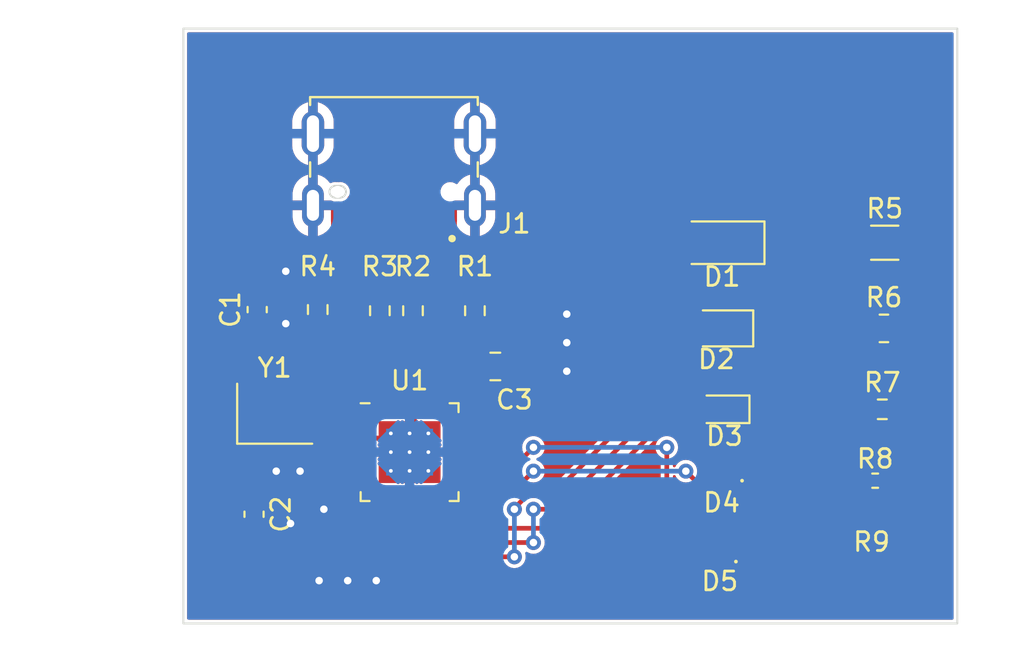
<source format=kicad_pcb>
(kicad_pcb (version 20210228) (generator pcbnew)
  (layers (0 "F.Cu" signal) (31 "B.Cu" signal) (34 "B.Paste" user) (35 "F.Paste" user) (36 "B.SilkS" user "B.Silkscreen") (37 "F.SilkS" user "F.Silkscreen") (38 "B.Mask" user) (39 "F.Mask" user) (44 "Edge.Cuts" user))
  (net 0 "")
  (net 1 "GND")
  (net 2 "Net-(C1-Pad1)")
  (net 3 "Net-(C2-Pad1)")
  (net 4 "Net-(C3-Pad1)")
  (net 5 "Net-(D1-Pad2)")
  (net 6 "Net-(D1-Pad1)")
  (net 7 "Net-(D2-Pad2)")
  (net 8 "Net-(D2-Pad1)")
  (net 9 "Net-(D3-Pad2)")
  (net 10 "Net-(D3-Pad1)")
  (net 11 "Net-(D4-Pad2)")
  (net 12 "Net-(D4-Pad1)")
  (net 13 "Net-(D5-Pad2)")
  (net 14 "Net-(D5-Pad1)")
  (net 15 "Net-(J1-Pad3)")
  (net 16 "Net-(R2-Pad2)")
  (net 17 "Net-(J1-Pad6)")
  (net 18 "Net-(R3-Pad2)")
  (net 19 "Net-(J1-Pad5)")
  (net 20 "Net-(J1-Pad9)")
  (net 21 "+5V")
  (footprint "LED_SMD:LED_0201_0603Metric" (layer "F.Cu") (at 148.6225 66.294 180)
    (fp_text reference "D5" (at 0 -1.05 180) (layer "F.SilkS"))
    (fp_text value "LED")
    (fp_circle (center -0.86 0) (end -0.81 0) (layer "F.SilkS") (width 0.1) (fill none))
    (pad "1" smd roundrect (at -0.32 0 180) (size 0.46 0.4) (layers "F.Cu" "F.Mask") (net 14 "Net-(D5-Pad1)"))
    (pad "2" smd roundrect (at 0.32 0 180) (size 0.46 0.4) (layers "F.Cu" "F.Mask") (net 13 "Net-(D5-Pad2)"))
  )
  (footprint "LED_SMD:LED_1206_3216Metric" (layer "F.Cu") (at 148.72 49.276 180)
    (fp_text reference "D1" (at -0.02 -1.82) (layer "F.SilkS"))
    (fp_text value "LED")
    (fp_line (start -2.285 1.135) (end 1.6 1.135) (layer "F.SilkS") (width 0.12))
    (fp_line (start -2.285 -1.135) (end -2.285 1.135) (layer "F.SilkS") (width 0.12))
    (fp_line (start 1.6 -1.135) (end -2.285 -1.135) (layer "F.SilkS") (width 0.12))
    (pad "1" smd roundrect (at -1.4 0 180) (size 1.25 1.75) (layers "F.Cu" "F.Paste" "F.Mask") (roundrect_rratio 0.2) (net 6 "Net-(D1-Pad1)"))
    (pad "2" smd roundrect (at 1.4 0 180) (size 1.25 1.75) (layers "F.Cu" "F.Paste" "F.Mask") (roundrect_rratio 0.2) (net 5 "Net-(D1-Pad2)"))
  )
  (footprint "Resistor_SMD:R_0603_1608Metric" (layer "F.Cu") (at 130.495 52.905 -90)
    (fp_text reference "R3" (at -2.359 0 180) (layer "F.SilkS"))
    (fp_text value "39R")
    (fp_line (start -0.237258 -0.5225) (end 0.237258 -0.5225) (layer "F.SilkS") (width 0.12))
    (fp_line (start -0.237258 0.5225) (end 0.237258 0.5225) (layer "F.SilkS") (width 0.12))
    (pad "1" smd roundrect (at -0.825 0 270) (size 0.8 0.95) (layers "F.Cu" "F.Paste" "F.Mask") (net 19 "Net-(J1-Pad5)"))
    (pad "2" smd roundrect (at 0.825 0 270) (size 0.8 0.95) (layers "F.Cu" "F.Paste" "F.Mask") (net 18 "Net-(R3-Pad2)"))
  )
  (footprint "Capacitor_SMD:C_0603_1608Metric" (layer "F.Cu") (at 123.952 52.845 90)
    (fp_text reference "C1" (at 0 -1.43 90) (layer "F.SilkS"))
    (fp_text value "16p")
    (fp_line (start -0.14058 0.51) (end 0.14058 0.51) (layer "F.SilkS") (width 0.12))
    (fp_line (start -0.14058 -0.51) (end 0.14058 -0.51) (layer "F.SilkS") (width 0.12))
    (pad "1" smd roundrect (at -0.775 0 90) (size 0.9 0.95) (layers "F.Cu" "F.Paste" "F.Mask") (net 2 "Net-(C1-Pad1)"))
    (pad "2" smd roundrect (at 0.775 0 90) (size 0.9 0.95) (layers "F.Cu" "F.Paste" "F.Mask") (net 1 "GND"))
  )
  (footprint "Resistor_SMD:R_0603_1608Metric" (layer "F.Cu") (at 132.261 52.905 -90)
    (fp_text reference "R2" (at -2.359 0 180) (layer "F.SilkS"))
    (fp_text value "39R")
    (fp_line (start -0.237258 -0.5225) (end 0.237258 -0.5225) (layer "F.SilkS") (width 0.12))
    (fp_line (start -0.237258 0.5225) (end 0.237258 0.5225) (layer "F.SilkS") (width 0.12))
    (pad "1" smd roundrect (at -0.825 0 270) (size 0.8 0.95) (layers "F.Cu" "F.Paste" "F.Mask") (net 17 "Net-(J1-Pad6)"))
    (pad "2" smd roundrect (at 0.825 0 270) (size 0.8 0.95) (layers "F.Cu" "F.Paste" "F.Mask") (net 16 "Net-(R2-Pad2)"))
  )
  (footprint "Resistor_SMD:R_0402_1005Metric" (layer "F.Cu") (at 156.909 61.976)
    (fp_text reference "R8" (at 0 -1.17) (layer "F.SilkS"))
    (fp_text value "R")
    (fp_line (start -0.153641 0.38) (end 0.153641 0.38) (layer "F.SilkS") (width 0.12))
    (fp_line (start -0.153641 -0.38) (end 0.153641 -0.38) (layer "F.SilkS") (width 0.12))
    (pad "1" smd roundrect (at -0.51 0) (size 0.54 0.64) (layers "F.Cu" "F.Paste" "F.Mask") (net 12 "Net-(D4-Pad1)"))
    (pad "2" smd roundrect (at 0.51 0) (size 0.54 0.64) (layers "F.Cu" "F.Paste" "F.Mask") (net 1 "GND"))
  )
  (footprint "LED_SMD:LED_0603_1608Metric" (layer "F.Cu") (at 148.72 58.166 180)
    (fp_text reference "D3" (at -0.15 -1.43) (layer "F.SilkS"))
    (fp_text value "LED")
    (fp_line (start -1.485 -0.735) (end -1.485 0.735) (layer "F.SilkS") (width 0.12))
    (fp_line (start -1.485 0.735) (end 0.8 0.735) (layer "F.SilkS") (width 0.12))
    (fp_line (start 0.8 -0.735) (end -1.485 -0.735) (layer "F.SilkS") (width 0.12))
    (pad "1" smd roundrect (at -0.7875 0 180) (size 0.875 0.95) (layers "F.Cu" "F.Paste" "F.Mask") (net 10 "Net-(D3-Pad1)"))
    (pad "2" smd roundrect (at 0.7875 0 180) (size 0.875 0.95) (layers "F.Cu" "F.Paste" "F.Mask") (net 9 "Net-(D3-Pad2)"))
  )
  (footprint "Crystal:Crystal_SMD_SeikoEpson_FA238-4Pin_3.2x2.5mm" (layer "F.Cu") (at 124.884 58.402)
    (fp_text reference "Y1" (at 0 -2.45) (layer "F.SilkS"))
    (fp_text value "FA-238 16.0000MB-K3")
    (fp_line (start -2 1.6) (end 2 1.6) (layer "F.SilkS") (width 0.12))
    (fp_line (start -2 -1.6) (end -2 1.6) (layer "F.SilkS") (width 0.12))
    (pad "1" smd rect (at -1.1 0.8) (size 1.4 1.2) (layers "F.Cu" "F.Paste" "F.Mask") (net 3 "Net-(C2-Pad1)"))
    (pad "2" smd rect (at 1.1 0.8) (size 1.4 1.2) (layers "F.Cu" "F.Paste" "F.Mask") (net 1 "GND"))
    (pad "3" smd rect (at 1.1 -0.8) (size 1.4 1.2) (layers "F.Cu" "F.Paste" "F.Mask") (net 2 "Net-(C1-Pad1)"))
    (pad "4" smd rect (at -1.1 -0.8) (size 1.4 1.2) (layers "F.Cu" "F.Paste" "F.Mask") (net 1 "GND"))
  )
  (footprint "Resistor_SMD:R_0201_0603Metric" (layer "F.Cu") (at 156.718 66.294)
    (fp_text reference "R9" (at 0 -1.05) (layer "F.SilkS"))
    (fp_text value "R")
    (pad "1" smd roundrect (at -0.32 0) (size 0.46 0.4) (layers "F.Cu" "F.Mask") (net 14 "Net-(D5-Pad1)"))
    (pad "2" smd roundrect (at 0.32 0) (size 0.46 0.4) (layers "F.Cu" "F.Mask") (net 1 "GND"))
  )
  (footprint "Package_DFN_QFN:QFN-32-1EP_5x5mm_P0.5mm_EP3.3x3.3mm_ThermalVias" (layer "F.Cu") (at 132.08 60.452)
    (fp_text reference "U1" (at 0 -3.82) (layer "F.SilkS"))
    (fp_text value "ATmega16U2-M")
    (fp_line (start 2.135 2.61) (end 2.61 2.61) (layer "F.SilkS") (width 0.12))
    (fp_line (start 2.135 -2.61) (end 2.61 -2.61) (layer "F.SilkS") (width 0.12))
    (fp_line (start -2.135 -2.61) (end -2.61 -2.61) (layer "F.SilkS") (width 0.12))
    (fp_line (start -2.61 2.61) (end -2.61 2.135) (layer "F.SilkS") (width 0.12))
    (fp_line (start 2.61 2.61) (end 2.61 2.135) (layer "F.SilkS") (width 0.12))
    (fp_line (start 2.61 -2.61) (end 2.61 -2.135) (layer "F.SilkS") (width 0.12))
    (fp_line (start -2.135 2.61) (end -2.61 2.61) (layer "F.SilkS") (width 0.12))
    (pad "1" smd roundrect (at -2.4375 -1.75) (size 0.875 0.25) (layers "F.Cu" "F.Paste" "F.Mask") (net 2 "Net-(C1-Pad1)"))
    (pad "2" smd roundrect (at -2.4375 -1.25) (size 0.875 0.25) (layers "F.Cu" "F.Paste" "F.Mask") (net 3 "Net-(C2-Pad1)"))
    (pad "3" smd roundrect (at -2.4375 -0.75) (size 0.875 0.25) (layers "F.Cu" "F.Paste" "F.Mask") (net 1 "GND"))
    (pad "4" smd roundrect (at -2.4375 -0.25) (size 0.875 0.25) (layers "F.Cu" "F.Paste" "F.Mask") (net 21 "+5V"))
    (pad "5" smd roundrect (at -2.4375 0.25) (size 0.875 0.25) (layers "F.Cu" "F.Paste" "F.Mask"))
    (pad "6" smd roundrect (at -2.4375 0.75) (size 0.875 0.25) (layers "F.Cu" "F.Paste" "F.Mask"))
    (pad "7" smd roundrect (at -2.4375 1.25) (size 0.875 0.25) (layers "F.Cu" "F.Paste" "F.Mask"))
    (pad "8" smd roundrect (at -2.4375 1.75) (size 0.875 0.25) (layers "F.Cu" "F.Paste" "F.Mask"))
    (pad "9" smd roundrect (at -1.75 2.4375) (size 0.25 0.875) (layers "F.Cu" "F.Paste" "F.Mask"))
    (pad "10" smd roundrect (at -1.25 2.4375) (size 0.25 0.875) (layers "F.Cu" "F.Paste" "F.Mask"))
    (pad "11" smd roundrect (at -0.75 2.4375) (size 0.25 0.875) (layers "F.Cu" "F.Paste" "F.Mask"))
    (pad "12" smd roundrect (at -0.25 2.4375) (size 0.25 0.875) (layers "F.Cu" "F.Paste" "F.Mask"))
    (pad "13" smd roundrect (at 0.25 2.4375) (size 0.25 0.875) (layers "F.Cu" "F.Paste" "F.Mask"))
    (pad "14" smd roundrect (at 0.75 2.4375) (size 0.25 0.875) (layers "F.Cu" "F.Paste" "F.Mask") (net 5 "Net-(D1-Pad2)"))
    (pad "15" smd roundrect (at 1.25 2.4375) (size 0.25 0.875) (layers "F.Cu" "F.Paste" "F.Mask") (net 7 "Net-(D2-Pad2)"))
    (pad "16" smd roundrect (at 1.75 2.4375) (size 0.25 0.875) (layers "F.Cu" "F.Paste" "F.Mask") (net 9 "Net-(D3-Pad2)"))
    (pad "17" smd roundrect (at 2.4375 1.75) (size 0.875 0.25) (layers "F.Cu" "F.Paste" "F.Mask") (net 11 "Net-(D4-Pad2)"))
    (pad "18" smd roundrect (at 2.4375 1.25) (size 0.875 0.25) (layers "F.Cu" "F.Paste" "F.Mask") (net 13 "Net-(D5-Pad2)"))
    (pad "19" smd roundrect (at 2.4375 0.75) (size 0.875 0.25) (layers "F.Cu" "F.Paste" "F.Mask"))
    (pad "20" smd roundrect (at 2.4375 0.25) (size 0.875 0.25) (layers "F.Cu" "F.Paste" "F.Mask"))
    (pad "21" smd roundrect (at 2.4375 -0.25) (size 0.875 0.25) (layers "F.Cu" "F.Paste" "F.Mask"))
    (pad "22" smd roundrect (at 2.4375 -0.75) (size 0.875 0.25) (layers "F.Cu" "F.Paste" "F.Mask"))
    (pad "23" smd roundrect (at 2.4375 -1.25) (size 0.875 0.25) (layers "F.Cu" "F.Paste" "F.Mask"))
    (pad "24" smd roundrect (at 2.4375 -1.75) (size 0.875 0.25) (layers "F.Cu" "F.Paste" "F.Mask"))
    (pad "25" smd roundrect (at 1.75 -2.4375) (size 0.25 0.875) (layers "F.Cu" "F.Paste" "F.Mask"))
    (pad "26" smd roundrect (at 1.25 -2.4375) (size 0.25 0.875) (layers "F.Cu" "F.Paste" "F.Mask"))
    (pad "27" smd roundrect (at 0.75 -2.4375) (size 0.25 0.875) (layers "F.Cu" "F.Paste" "F.Mask") (net 4 "Net-(C3-Pad1)"))
    (pad "28" smd roundrect (at 0.25 -2.4375) (size 0.25 0.875) (layers "F.Cu" "F.Paste" "F.Mask") (net 1 "GND"))
    (pad "29" smd roundrect (at -0.25 -2.4375) (size 0.25 0.875) (layers "F.Cu" "F.Paste" "F.Mask") (net 16 "Net-(R2-Pad2)"))
    (pad "30" smd roundrect (at -0.75 -2.4375) (size 0.25 0.875) (layers "F.Cu" "F.Paste" "F.Mask") (net 18 "Net-(R3-Pad2)"))
    (pad "31" smd roundrect (at -1.25 -2.4375) (size 0.25 0.875) (layers "F.Cu" "F.Paste" "F.Mask") (net 21 "+5V"))
    (pad "32" smd roundrect (at -1.75 -2.4375) (size 0.25 0.875) (layers "F.Cu" "F.Paste" "F.Mask") (net 21 "+5V"))
    (pad "33" thru_hole circle (at -1 -1) (size 0.5 0.5) (drill 0.2) (layers *.Cu) (net 1 "GND"))
    (pad "33" thru_hole circle (at 0 1) (size 0.5 0.5) (drill 0.2) (layers *.Cu) (net 1 "GND"))
    (pad "33" thru_hole circle (at 1 0) (size 0.5 0.5) (drill 0.2) (layers *.Cu) (net 1 "GND"))
    (pad "33" thru_hole circle (at -1 0) (size 0.5 0.5) (drill 0.2) (layers *.Cu) (net 1 "GND"))
    (pad "33" thru_hole circle (at -1 1) (size 0.5 0.5) (drill 0.2) (layers *.Cu) (net 1 "GND"))
    (pad "33" thru_hole circle (at 0 -1) (size 0.5 0.5) (drill 0.2) (layers *.Cu) (net 1 "GND"))
    (pad "33" thru_hole circle (at 0 0) (size 0.5 0.5) (drill 0.2) (layers *.Cu) (net 1 "GND"))
    (pad "33" smd rect (at 0 0) (size 3.3 3.3) (layers "F.Cu" "F.Mask") (net 1 "GND"))
    (pad "33" smd rect (at 0 0) (size 2.5 2.5) (layers "B.Cu") (net 1 "GND"))
    (pad "33" thru_hole circle (at 1 1) (size 0.5 0.5) (drill 0.2) (layers *.Cu) (net 1 "GND"))
    (pad "33" thru_hole circle (at 1 -1) (size 0.5 0.5) (drill 0.2) (layers *.Cu) (net 1 "GND"))
  )
  (footprint "LED_SMD:LED_0805_2012Metric" (layer "F.Cu") (at 148.72 53.848 180)
    (fp_text reference "D2" (at 0.2795 -1.65) (layer "F.SilkS"))
    (fp_text value "LED")
    (fp_line (start -1.685 0.96) (end 1 0.96) (layer "F.SilkS") (width 0.12))
    (fp_line (start 1 -0.96) (end -1.685 -0.96) (layer "F.SilkS") (width 0.12))
    (fp_line (start -1.685 -0.96) (end -1.685 0.96) (layer "F.SilkS") (width 0.12))
    (pad "1" smd roundrect (at -0.9375 0 180) (size 0.975 1.4) (layers "F.Cu" "F.Paste" "F.Mask") (net 8 "Net-(D2-Pad1)"))
    (pad "2" smd roundrect (at 0.9375 0 180) (size 0.975 1.4) (layers "F.Cu" "F.Paste" "F.Mask") (net 7 "Net-(D2-Pad2)"))
  )
  (footprint "LED_SMD:LED_0402_1005Metric" (layer "F.Cu") (at 148.72 61.976 180)
    (fp_text reference "D4" (at 0 -1.17 180) (layer "F.SilkS"))
    (fp_text value "LED")
    (fp_circle (center -1.09 0) (end -1.04 0) (layer "F.SilkS") (width 0.1) (fill none))
    (pad "1" smd roundrect (at -0.485 0 180) (size 0.59 0.64) (layers "F.Cu" "F.Paste" "F.Mask") (net 12 "Net-(D4-Pad1)"))
    (pad "2" smd roundrect (at 0.485 0 180) (size 0.59 0.64) (layers "F.Cu" "F.Paste" "F.Mask") (net 11 "Net-(D4-Pad2)"))
  )
  (footprint "Resistor_SMD:R_1206_3216Metric" (layer "F.Cu") (at 157.4185 49.276)
    (fp_text reference "R5" (at 0 -1.82) (layer "F.SilkS"))
    (fp_text value "R")
    (fp_line (start -0.727064 -0.91) (end 0.727064 -0.91) (layer "F.SilkS") (width 0.12))
    (fp_line (start -0.727064 0.91) (end 0.727064 0.91) (layer "F.SilkS") (width 0.12))
    (pad "1" smd roundrect (at -1.4625 0) (size 1.125 1.75) (layers "F.Cu" "F.Paste" "F.Mask") (roundrect_rratio 0.222222) (net 6 "Net-(D1-Pad1)"))
    (pad "2" smd roundrect (at 1.4625 0) (size 1.125 1.75) (layers "F.Cu" "F.Paste" "F.Mask") (roundrect_rratio 0.222222) (net 1 "GND"))
  )
  (footprint "Resistor_SMD:R_0805_2012Metric" (layer "F.Cu") (at 157.3765 53.848)
    (fp_text reference "R6" (at 0 -1.65) (layer "F.SilkS"))
    (fp_text value "R")
    (fp_line (start -0.227064 0.735) (end 0.227064 0.735) (layer "F.SilkS") (width 0.12))
    (fp_line (start -0.227064 -0.735) (end 0.227064 -0.735) (layer "F.SilkS") (width 0.12))
    (pad "1" smd roundrect (at -0.9125 0) (size 1.025 1.4) (layers "F.Cu" "F.Paste" "F.Mask") (roundrect_rratio 0.243902) (net 8 "Net-(D2-Pad1)"))
    (pad "2" smd roundrect (at 0.9125 0) (size 1.025 1.4) (layers "F.Cu" "F.Paste" "F.Mask") (roundrect_rratio 0.243902) (net 1 "GND"))
  )
  (footprint "USBConn6:JAE_DX07S016JA1R1500" (layer "F.Cu") (at 131.245 46.555 180)
    (fp_text reference "J1" (at -6.423 -1.705) (layer "F.SilkS"))
    (fp_text value "DX07S016JA1R1500")
    (fp_line (start 4.47 4.63) (end 4.47 5.05) (layer "F.SilkS") (width 0.127))
    (fp_line (start 4.47 5.05) (end -4.47 5.05) (layer "F.SilkS") (width 0.127))
    (fp_line (start -4.47 0.805) (end -4.47 1.57) (layer "F.SilkS") (width 0.127))
    (fp_line (start 4.47 0.805) (end 4.47 1.57) (layer "F.SilkS") (width 0.127))
    (fp_line (start -4.47 5.05) (end -4.47 4.63) (layer "F.SilkS") (width 0.127))
    (fp_circle (center -3.1 -2.5) (end -3 -2.5) (layer "F.SilkS") (width 0.2) (fill none))
    (fp_line (start 3.125 0.315) (end 2.875 0.315) (layer "Edge.Cuts") (width 0.1))
    (fp_line (start 2.875 -0.315) (end 3.125 -0.315) (layer "Edge.Cuts") (width 0.1))
    (fp_arc (start 3.125 0) (end 3.44 0) (angle -90) (layer "Edge.Cuts") (width 0.1))
    (fp_arc (start 2.875 0) (end 2.875 -0.315) (angle -90) (layer "Edge.Cuts") (width 0.1))
    (fp_arc (start 3.125 0) (end 3.125 0.315) (angle -90) (layer "Edge.Cuts") (width 0.1))
    (fp_arc (start 2.875 0) (end 2.56 0) (angle -90) (layer "Edge.Cuts") (width 0.1))
    (pad "1" smd rect (at -3.1 -1.1 180) (size 0.52 1) (layers "F.Cu" "F.Paste" "F.Mask") (net 1 "GND"))
    (pad "2" smd rect (at -2.35 -1.1 180) (size 0.52 1) (layers "F.Cu" "F.Paste" "F.Mask") (net 21 "+5V"))
    (pad "3" smd rect (at -1.75 -1.1 180) (size 0.27 1) (layers "F.Cu" "F.Paste" "F.Mask") (net 15 "Net-(J1-Pad3)"))
    (pad "4" smd rect (at -1.25 -1.1 180) (size 0.27 1) (layers "F.Cu" "F.Paste" "F.Mask"))
    (pad "5" smd rect (at -0.75 -1.1 180) (size 0.27 1) (layers "F.Cu" "F.Paste" "F.Mask") (net 19 "Net-(J1-Pad5)"))
    (pad "6" smd rect (at -0.25 -1.1 180) (size 0.27 1) (layers "F.Cu" "F.Paste" "F.Mask") (net 17 "Net-(J1-Pad6)"))
    (pad "7" smd rect (at 0.25 -1.1 180) (size 0.27 1) (layers "F.Cu" "F.Paste" "F.Mask") (net 17 "Net-(J1-Pad6)"))
    (pad "8" smd rect (at 0.75 -1.1 180) (size 0.27 1) (layers "F.Cu" "F.Paste" "F.Mask") (net 19 "Net-(J1-Pad5)"))
    (pad "9" smd rect (at 1.25 -1.1 180) (size 0.27 1) (layers "F.Cu" "F.Paste" "F.Mask") (net 20 "Net-(J1-Pad9)"))
    (pad "10" smd rect (at 1.75 -1.1 180) (size 0.27 1) (layers "F.Cu" "F.Paste" "F.Mask"))
    (pad "11" smd rect (at 2.35 -1.1 180) (size 0.52 1) (layers "F.Cu" "F.Paste" "F.Mask") (net 21 "+5V"))
    (pad "12" smd rect (at 3.1 -1.1 180) (size 0.52 1) (layers "F.Cu" "F.Paste" "F.Mask") (net 1 "GND"))
    (pad "None" np_thru_hole circle (at 3 0 180) (size 0.63 0.63) (drill 0.63) (layers *.Cu *.Mask))
    (pad "None" np_thru_hole circle (at 3 0 180) (size 0.6 0.6) (drill 0.6) (layers *.Cu *.Mask))
    (pad "None" np_thru_hole circle (at -3 0 180) (size 0.63 0.63) (drill 0.63) (layers *.Cu *.Mask))
    (pad "S1" smd rect (at -1.4 3.1 180) (size 1 2) (layers "F.Cu" "F.Paste" "F.Mask") (net 1 "GND"))
    (pad "S2" smd rect (at 1.4 3.1 180) (size 1 2) (layers "F.Cu" "F.Paste" "F.Mask") (net 1 "GND"))
    (pad "S3" thru_hole oval (at -4.32 -0.725 180) (size 1.158 2.316) (drill oval 0.65 1.65) (layers *.Cu *.Mask) (net 1 "GND"))
    (pad "S4" thru_hole oval (at 4.32 -0.725 180) (size 1.158 2.316) (drill oval 0.65 1.65) (layers *.Cu *.Mask) (net 1 "GND"))
    (pad "S5" thru_hole oval (at -4.32 3.1 180) (size 1.2 2.4) (drill oval 0.65 1.95) (layers *.Cu *.Mask) (net 1 "GND"))
    (pad "S6" thru_hole oval (at 4.32 3.1 180) (size 1.2 2.4) (drill oval 0.65 1.95) (layers *.Cu *.Mask) (net 1 "GND"))
  )
  (footprint "Resistor_SMD:R_0603_1608Metric" (layer "F.Cu") (at 157.289 58.166)
    (fp_text reference "R7" (at 0 -1.43) (layer "F.SilkS"))
    (fp_text value "R")
    (fp_line (start -0.237258 -0.5225) (end 0.237258 -0.5225) (layer "F.SilkS") (width 0.12))
    (fp_line (start -0.237258 0.5225) (end 0.237258 0.5225) (layer "F.SilkS") (width 0.12))
    (pad "1" smd roundrect (at -0.825 0) (size 0.8 0.95) (layers "F.Cu" "F.Paste" "F.Mask") (net 10 "Net-(D3-Pad1)"))
    (pad "2" smd roundrect (at 0.825 0) (size 0.8 0.95) (layers "F.Cu" "F.Paste" "F.Mask") (net 1 "GND"))
  )
  (footprint "Resistor_SMD:R_0603_1608Metric" (layer "F.Cu") (at 127.181 52.842 -90)
    (fp_text reference "R4" (at -2.296 0 180) (layer "F.SilkS"))
    (fp_text value "5k1")
    (fp_line (start -0.237258 -0.5225) (end 0.237258 -0.5225) (layer "F.SilkS") (width 0.12))
    (fp_line (start -0.237258 0.5225) (end 0.237258 0.5225) (layer "F.SilkS") (width 0.12))
    (pad "1" smd roundrect (at -0.825 0 270) (size 0.8 0.95) (layers "F.Cu" "F.Paste" "F.Mask") (net 20 "Net-(J1-Pad9)"))
    (pad "2" smd roundrect (at 0.825 0 270) (size 0.8 0.95) (layers "F.Cu" "F.Paste" "F.Mask") (net 1 "GND"))
  )
  (footprint "Capacitor_SMD:C_0603_1608Metric" (layer "F.Cu") (at 123.784 63.767 -90)
    (fp_text reference "C2" (at 0 -1.43 -270) (layer "F.SilkS"))
    (fp_text value "16p")
    (fp_line (start -0.14058 0.51) (end 0.14058 0.51) (layer "F.SilkS") (width 0.12))
    (fp_line (start -0.14058 -0.51) (end 0.14058 -0.51) (layer "F.SilkS") (width 0.12))
    (pad "1" smd roundrect (at -0.775 0 270) (size 0.9 0.95) (layers "F.Cu" "F.Paste" "F.Mask") (net 3 "Net-(C2-Pad1)"))
    (pad "2" smd roundrect (at 0.775 0 270) (size 0.9 0.95) (layers "F.Cu" "F.Paste" "F.Mask") (net 1 "GND"))
  )
  (footprint "Capacitor_SMD:C_0805_2012Metric" (layer "F.Cu") (at 136.652 55.88)
    (fp_text reference "C3" (at 1.016 1.778) (layer "F.SilkS"))
    (fp_text value "1u")
    (fp_line (start -0.261252 0.735) (end 0.261252 0.735) (layer "F.SilkS") (width 0.12))
    (fp_line (start -0.261252 -0.735) (end 0.261252 -0.735) (layer "F.SilkS") (width 0.12))
    (pad "1" smd roundrect (at -0.95 0) (size 1 1.45) (layers "F.Cu" "F.Paste" "F.Mask") (net 4 "Net-(C3-Pad1)"))
    (pad "2" smd roundrect (at 0.95 0) (size 1 1.45) (layers "F.Cu" "F.Paste" "F.Mask") (net 1 "GND"))
  )
  (footprint "Resistor_SMD:R_0603_1608Metric" (layer "F.Cu") (at 135.563 52.905 -90)
    (fp_text reference "R1" (at -2.359 0 180) (layer "F.SilkS"))
    (fp_text value "5k1")
    (fp_line (start -0.237258 0.5225) (end 0.237258 0.5225) (layer "F.SilkS") (width 0.12))
    (fp_line (start -0.237258 -0.5225) (end 0.237258 -0.5225) (layer "F.SilkS") (width 0.12))
    (pad "1" smd roundrect (at -0.825 0 270) (size 0.8 0.95) (layers "F.Cu" "F.Paste" "F.Mask") (net 15 "Net-(J1-Pad3)"))
    (pad "2" smd roundrect (at 0.825 0 270) (size 0.8 0.95) (layers "F.Cu" "F.Paste" "F.Mask") (net 1 "GND"))
  )
  (gr_rect (start 120.015 37.846) (end 161.29 69.596) (layer "Edge.Cuts") (width 0.1) (fill none))
  (segment (start 132.33 60.202) (end 132.08 60.452) (width 0.25) (layer "F.Cu") (net 1))
  (segment (start 131.3815 59.7535) (end 131.33 59.702) (width 0.25) (layer "F.Cu") (net 1))
  (segment (start 132.08 60.452) (end 131.3815 59.7535) (width 0.25) (layer "F.Cu") (net 1))
  (segment (start 131.33 59.702) (end 129.6425 59.702) (width 0.25) (layer "F.Cu") (net 1))
  (via (at 127.508 63.5) (size 0.8) (drill 0.4) (layers "F.Cu" "B.Cu") (net 1))
  (via (at 128.778 67.31) (size 0.8) (drill 0.4) (layers "F.Cu" "B.Cu") (net 1))
  (via (at 124.968 61.468) (size 0.8) (drill 0.4) (layers "F.Cu" "B.Cu") (net 1))
  (via (at 130.302 67.31) (size 0.8) (drill 0.4) (layers "F.Cu" "B.Cu") (net 1))
  (via (at 125.73 64.262) (size 0.8) (drill 0.4) (layers "F.Cu" "B.Cu") (net 1))
  (via (at 140.462 56.134) (size 0.8) (drill 0.4) (layers "F.Cu" "B.Cu") (net 1))
  (via (at 125.476 50.8) (size 0.8) (drill 0.4) (layers "F.Cu" "B.Cu") (net 1))
  (via (at 140.462 53.086) (size 0.8) (drill 0.4) (layers "F.Cu" "B.Cu") (net 1))
  (via (at 140.462 54.61) (size 0.8) (drill 0.4) (layers "F.Cu" "B.Cu") (net 1))
  (via (at 127.254 67.31) (size 0.8) (drill 0.4) (layers "F.Cu" "B.Cu") (net 1))
  (via (at 126.238 61.468) (size 0.8) (drill 0.4) (layers "F.Cu" "B.Cu") (net 1))
  (via (at 125.476 53.594) (size 0.8) (drill 0.4) (layers "F.Cu" "B.Cu") (net 1))
  (segment (start 125.984 57.602) (end 125.984 55.652) (width 0.25) (layer "F.Cu") (net 2))
  (segment (start 128.552 58.702) (end 129.6425 58.702) (width 0.25) (layer "F.Cu") (net 2))
  (segment (start 127.452 57.602) (end 128.552 58.702) (width 0.25) (layer "F.Cu") (net 2))
  (segment (start 125.984 57.602) (end 127.452 57.602) (width 0.25) (layer "F.Cu") (net 2))
  (segment (start 125.984 55.652) (end 123.952 53.62) (width 0.25) (layer "F.Cu") (net 2))
  (segment (start 129.6425 59.202) (end 127.996 59.202) (width 0.25) (layer "F.Cu") (net 3))
  (segment (start 123.784 62.992) (end 126.238 62.992) (width 0.25) (layer "F.Cu") (net 3))
  (segment (start 127.996 61.234) (end 126.238 62.992) (width 0.25) (layer "F.Cu") (net 3))
  (segment (start 123.784 62.992) (end 123.784 59.202) (width 0.25) (layer "F.Cu") (net 3))
  (segment (start 127.996 59.202) (end 127.996 61.234) (width 0.25) (layer "F.Cu") (net 3))
  (segment (start 134.112 55.88) (end 132.83 57.162) (width 0.25) (layer "F.Cu") (net 4))
  (segment (start 135.702 55.88) (end 134.112 55.88) (width 0.25) (layer "F.Cu") (net 4))
  (segment (start 132.83 57.162) (end 132.83 58.0145) (width 0.25) (layer "F.Cu") (net 4))
  (segment (start 132.83 62.8895) (end 132.83 63.998848) (width 0.25) (layer "F.Cu") (net 5))
  (segment (start 132.83 63.998848) (end 134.871152 66.04) (width 0.25) (layer "F.Cu") (net 5))
  (segment (start 138.335994 62.774989) (end 139.663011 62.774989) (width 0.25) (layer "F.Cu") (net 5))
  (segment (start 137.668 63.5) (end 137.668 63.442983) (width 0.25) (layer "F.Cu") (net 5))
  (segment (start 144.78 51.816) (end 147.32 49.276) (width 0.25) (layer "F.Cu") (net 5))
  (segment (start 144.78 57.658) (end 144.78 51.816) (width 0.25) (layer "F.Cu") (net 5))
  (segment (start 134.871152 66.04) (end 137.668 66.04) (width 0.25) (layer "F.Cu") (net 5))
  (segment (start 137.668 63.442983) (end 138.335994 62.774989) (width 0.25) (layer "F.Cu") (net 5))
  (segment (start 139.663011 62.774989) (end 144.78 57.658) (width 0.25) (layer "F.Cu") (net 5))
  (via (at 137.668 63.5) (size 0.8) (drill 0.4) (layers "F.Cu" "B.Cu") (net 5))
  (via (at 137.668 66.04) (size 0.8) (drill 0.4) (layers "F.Cu" "B.Cu") (net 5))
  (segment (start 137.668 66.04) (end 137.668 63.5) (width 0.25) (layer "B.Cu") (net 5))
  (segment (start 150.12 49.276) (end 155.956 49.276) (width 0.25) (layer "F.Cu") (net 6))
  (segment (start 138.684 63.5) (end 139.954 63.5) (width 0.25) (layer "F.Cu") (net 7))
  (segment (start 139.954 63.5) (end 147.7825 55.6715) (width 0.25) (layer "F.Cu") (net 7))
  (segment (start 133.33 63.862424) (end 134.745576 65.278) (width 0.25) (layer "F.Cu") (net 7))
  (segment (start 133.33 62.8895) (end 133.33 63.862424) (width 0.25) (layer "F.Cu") (net 7))
  (segment (start 147.7825 55.6715) (end 147.7825 53.848) (width 0.25) (layer "F.Cu") (net 7))
  (segment (start 134.745576 65.278) (end 138.684 65.278) (width 0.25) (layer "F.Cu") (net 7))
  (via (at 138.684 63.5) (size 0.8) (drill 0.4) (layers "F.Cu" "B.Cu") (net 7))
  (via (at 138.684 65.278) (size 0.8) (drill 0.4) (layers "F.Cu" "B.Cu") (net 7))
  (segment (start 138.684 65.278) (end 138.684 63.5) (width 0.25) (layer "B.Cu") (net 7))
  (segment (start 149.6575 53.848) (end 156.464 53.848) (width 0.25) (layer "F.Cu") (net 8))
  (segment (start 147.9325 58.166) (end 146.304 58.166) (width 0.25) (layer "F.Cu") (net 9))
  (segment (start 135.4565 64.516) (end 133.83 62.8895) (width 0.25) (layer "F.Cu") (net 9))
  (segment (start 139.954 64.516) (end 135.4565 64.516) (width 0.25) (layer "F.Cu") (net 9))
  (segment (start 146.304 58.166) (end 139.954 64.516) (width 0.25) (layer "F.Cu") (net 9))
  (segment (start 149.5075 58.166) (end 156.464 58.166) (width 0.25) (layer "F.Cu") (net 10))
  (segment (start 147.32 61.976) (end 148.235 61.976) (width 0.25) (layer "F.Cu") (net 11))
  (segment (start 146.812 61.468) (end 147.32 61.976) (width 0.25) (layer "F.Cu") (net 11))
  (segment (start 137.95 62.202) (end 138.684 61.468) (width 0.25) (layer "F.Cu") (net 11))
  (segment (start 134.5175 62.202) (end 137.95 62.202) (width 0.25) (layer "F.Cu") (net 11))
  (via (at 138.684 61.468) (size 0.8) (drill 0.4) (layers "F.Cu" "B.Cu") (net 11))
  (via (at 146.812 61.468) (size 0.8) (drill 0.4) (layers "F.Cu" "B.Cu") (net 11))
  (segment (start 138.684 61.468) (end 146.812 61.468) (width 0.25) (layer "B.Cu") (net 11))
  (segment (start 149.205 61.976) (end 156.399 61.976) (width 0.25) (layer "F.Cu") (net 12))
  (segment (start 137.18 61.702) (end 138.684 60.198) (width 0.25) (layer "F.Cu") (net 13))
  (segment (start 145.796 65.532) (end 146.558 66.294) (width 0.25) (layer "F.Cu") (net 13))
  (segment (start 146.558 66.294) (end 148.3025 66.294) (width 0.25) (layer "F.Cu") (net 13))
  (segment (start 134.5175 61.702) (end 137.18 61.702) (width 0.25) (layer "F.Cu") (net 13))
  (segment (start 145.796 60.198) (end 145.796 65.532) (width 0.25) (layer "F.Cu") (net 13))
  (via (at 145.796 60.198) (size 0.8) (drill 0.4) (layers "F.Cu" "B.Cu") (net 13))
  (via (at 138.684 60.198) (size 0.8) (drill 0.4) (layers "F.Cu" "B.Cu") (net 13))
  (segment (start 138.684 60.198) (end 145.796 60.198) (width 0.25) (layer "B.Cu") (net 13))
  (segment (start 148.9425 66.294) (end 156.398 66.294) (width 0.25) (layer "F.Cu") (net 14))
  (segment (start 132.995 47.655) (end 132.995 50.591) (width 0.25) (layer "F.Cu") (net 15))
  (segment (start 134.484 52.08) (end 135.563 52.08) (width 0.25) (layer "F.Cu") (net 15))
  (segment (start 132.995 50.591) (end 134.484 52.08) (width 0.25) (layer "F.Cu") (net 15))
  (segment (start 132.261 55.191) (end 131.83 55.622) (width 0.25) (layer "F.Cu") (net 16))
  (segment (start 131.83 55.622) (end 131.83 58.0145) (width 0.25) (layer "F.Cu") (net 16))
  (segment (start 132.261 53.73) (end 132.261 55.191) (width 0.25) (layer "F.Cu") (net 16))
  (segment (start 130.995 47.655) (end 131.495 47.655) (width 0.25) (layer "F.Cu") (net 17))
  (segment (start 131.495 49.853) (end 132.261 50.619) (width 0.25) (layer "F.Cu") (net 17))
  (segment (start 132.261 50.619) (end 132.261 52.08) (width 0.25) (layer "F.Cu") (net 17))
  (segment (start 131.495 47.655) (end 131.495 49.853) (width 0.25) (layer "F.Cu") (net 17))
  (segment (start 130.495 53.73) (end 130.495 54.803) (width 0.25) (layer "F.Cu") (net 18))
  (segment (start 130.495 54.803) (end 131.33 55.638) (width 0.25) (layer "F.Cu") (net 18))
  (segment (start 131.33 55.638) (end 131.33 58.0145) (width 0.25) (layer "F.Cu") (net 18))
  (segment (start 131.995 46.905) (end 131.995 47.655) (width 0.25) (layer "F.Cu") (net 19))
  (segment (start 130.495 47.655) (end 130.495 46.905) (width 0.25) (layer "F.Cu") (net 19))
  (segment (start 130.495 47.655) (end 130.495 52.08) (width 0.25) (layer "F.Cu") (net 19))
  (segment (start 130.495 46.905) (end 130.845 46.555) (width 0.25) (layer "F.Cu") (net 19))
  (segment (start 130.845 46.555) (end 131.645 46.555) (width 0.25) (layer "F.Cu") (net 19))
  (segment (start 131.645 46.555) (end 131.995 46.905) (width 0.25) (layer "F.Cu") (net 19))
  (segment (start 129.995 47.655) (end 129.995 50.599) (width 0.25) (layer "F.Cu") (net 20))
  (segment (start 128.577 52.017) (end 127.181 52.017) (width 0.25) (layer "F.Cu") (net 20))
  (segment (start 129.995 50.599) (end 128.577 52.017) (width 0.25) (layer "F.Cu") (net 20))
  (segment (start 133.595 46.905) (end 132.79498 46.10498) (width 0.25) (layer "F.Cu") (net 21))
  (segment (start 128.895 47.655) (end 128.895 49.08551) (width 0.25) (layer "F.Cu") (net 21))
  (segment (start 127.21498 65.31702) (end 128.87998 63.65202) (width 0.25) (layer "F.Cu") (net 21))
  (segment (start 130.83 56.662) (end 130.83 58.0145) (width 0.25) (layer "F.Cu") (net 21))
  (segment (start 126.38098 54.08447) (end 128.17651 55.88) (width 0.25) (layer "F.Cu") (net 21))
  (segment (start 128.45051 49.53) (end 122.936 49.53) (width 0.25) (layer "F.Cu") (net 21))
  (segment (start 129.286 55.88) (end 130.33 56.924) (width 0.25) (layer "F.Cu") (net 21))
  (segment (start 129.286 55.88) (end 130.048 55.88) (width 0.25) (layer "F.Cu") (net 21))
  (segment (start 132.79498 46.10498) (end 129.69502 46.10498) (width 0.25) (layer "F.Cu") (net 21))
  (segment (start 126.38098 51.59953) (end 126.38098 54.08447) (width 0.25) (layer "F.Cu") (net 21))
  (segment (start 122.174 50.292) (end 122.174 64.184846) (width 0.25) (layer "F.Cu") (net 21))
  (segment (start 128.87998 63.65202) (end 128.87998 60.478984) (width 0.25) (layer "F.Cu") (net 21))
  (segment (start 128.895 46.905) (end 128.895 47.655) (width 0.25) (layer "F.Cu") (net 21))
  (segment (start 123.306174 65.31702) (end 127.21498 65.31702) (width 0.25) (layer "F.Cu") (net 21))
  (segment (start 129.156964 60.202) (end 129.6425 60.202) (width 0.25) (layer "F.Cu") (net 21))
  (segment (start 128.17651 55.88) (end 129.286 55.88) (width 0.25) (layer "F.Cu") (net 21))
  (segment (start 130.33 56.924) (end 130.33 58.0145) (width 0.25) (layer "F.Cu") (net 21))
  (segment (start 128.895 49.08551) (end 126.38098 51.59953) (width 0.25) (layer "F.Cu") (net 21))
  (segment (start 133.595 47.655) (end 133.595 46.905) (width 0.25) (layer "F.Cu") (net 21))
  (segment (start 130.048 55.88) (end 130.83 56.662) (width 0.25) (layer "F.Cu") (net 21))
  (segment (start 122.174 64.184846) (end 123.306174 65.31702) (width 0.25) (layer "F.Cu") (net 21))
  (segment (start 129.69502 46.10498) (end 128.895 46.905) (width 0.25) (layer "F.Cu") (net 21))
  (segment (start 122.936 49.53) (end 122.174 50.292) (width 0.25) (layer "F.Cu") (net 21))
  (segment (start 128.895 49.08551) (end 128.45051 49.53) (width 0.25) (layer "F.Cu") (net 21))
  (segment (start 128.87998 60.478984) (end 129.156964 60.202) (width 0.25) (layer "F.Cu") (net 21))
  (zone (net 1) (net_name "GND") (layers F&B.Cu) (connect_pads (clearance 0.2)) (min_thickness 0.15) (fill yes (thermal_gap 0.508) (thermal_bridge_width 0.508))
    (polygon (pts (xy 164.846 72.136) (xy 110.236 72.136) (xy 110.236 36.322) (xy 164.846 36.322)))
  )
)
</source>
